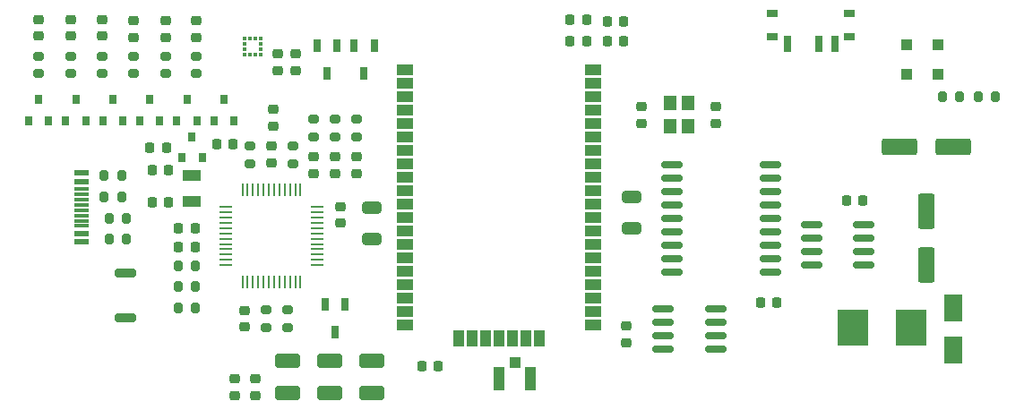
<source format=gbr>
%TF.GenerationSoftware,KiCad,Pcbnew,(6.99.0-1917-g23fb4c7433)*%
%TF.CreationDate,2022-06-08T13:57:36+10:00*%
%TF.ProjectId,samd21_gps_tracker,73616d64-3231-45f6-9770-735f74726163,rev?*%
%TF.SameCoordinates,Original*%
%TF.FileFunction,Paste,Bot*%
%TF.FilePolarity,Positive*%
%FSLAX46Y46*%
G04 Gerber Fmt 4.6, Leading zero omitted, Abs format (unit mm)*
G04 Created by KiCad (PCBNEW (6.99.0-1917-g23fb4c7433)) date 2022-06-08 13:57:36*
%MOMM*%
%LPD*%
G01*
G04 APERTURE LIST*
G04 Aperture macros list*
%AMRoundRect*
0 Rectangle with rounded corners*
0 $1 Rounding radius*
0 $2 $3 $4 $5 $6 $7 $8 $9 X,Y pos of 4 corners*
0 Add a 4 corners polygon primitive as box body*
4,1,4,$2,$3,$4,$5,$6,$7,$8,$9,$2,$3,0*
0 Add four circle primitives for the rounded corners*
1,1,$1+$1,$2,$3*
1,1,$1+$1,$4,$5*
1,1,$1+$1,$6,$7*
1,1,$1+$1,$8,$9*
0 Add four rect primitives between the rounded corners*
20,1,$1+$1,$2,$3,$4,$5,0*
20,1,$1+$1,$4,$5,$6,$7,0*
20,1,$1+$1,$6,$7,$8,$9,0*
20,1,$1+$1,$8,$9,$2,$3,0*%
G04 Aperture macros list end*
%ADD10RoundRect,0.225000X-0.225000X-0.250000X0.225000X-0.250000X0.225000X0.250000X-0.225000X0.250000X0*%
%ADD11RoundRect,0.225000X0.225000X0.250000X-0.225000X0.250000X-0.225000X-0.250000X0.225000X-0.250000X0*%
%ADD12RoundRect,0.250000X1.412500X0.550000X-1.412500X0.550000X-1.412500X-0.550000X1.412500X-0.550000X0*%
%ADD13RoundRect,0.250000X0.550000X-1.412500X0.550000X1.412500X-0.550000X1.412500X-0.550000X-1.412500X0*%
%ADD14RoundRect,0.225000X-0.250000X0.225000X-0.250000X-0.225000X0.250000X-0.225000X0.250000X0.225000X0*%
%ADD15RoundRect,0.225000X0.250000X-0.225000X0.250000X0.225000X-0.250000X0.225000X-0.250000X-0.225000X0*%
%ADD16RoundRect,0.249999X0.650001X-0.325001X0.650001X0.325001X-0.650001X0.325001X-0.650001X-0.325001X0*%
%ADD17RoundRect,0.249998X-0.925002X0.412502X-0.925002X-0.412502X0.925002X-0.412502X0.925002X0.412502X0*%
%ADD18RoundRect,0.218750X0.256250X-0.218750X0.256250X0.218750X-0.256250X0.218750X-0.256250X-0.218750X0*%
%ADD19R,1.800000X2.500000*%
%ADD20R,1.100000X1.100000*%
%ADD21R,1.450000X0.600000*%
%ADD22R,1.450000X0.300000*%
%ADD23R,2.950000X3.500000*%
%ADD24R,0.800000X0.900000*%
%ADD25R,0.650000X1.220000*%
%ADD26RoundRect,0.200000X0.275000X-0.200000X0.275000X0.200000X-0.275000X0.200000X-0.275000X-0.200000X0*%
%ADD27RoundRect,0.200000X0.200000X0.275000X-0.200000X0.275000X-0.200000X-0.275000X0.200000X-0.275000X0*%
%ADD28RoundRect,0.200000X-0.275000X0.200000X-0.275000X-0.200000X0.275000X-0.200000X0.275000X0.200000X0*%
%ADD29RoundRect,0.200000X-0.200000X-0.275000X0.200000X-0.275000X0.200000X0.275000X-0.200000X0.275000X0*%
%ADD30RoundRect,0.200000X0.800000X-0.200000X0.800000X0.200000X-0.800000X0.200000X-0.800000X-0.200000X0*%
%ADD31R,1.000000X0.800000*%
%ADD32R,0.700000X1.500000*%
%ADD33RoundRect,0.150000X0.825000X0.150000X-0.825000X0.150000X-0.825000X-0.150000X0.825000X-0.150000X0*%
%ADD34R,0.250000X1.300000*%
%ADD35R,1.300000X0.250000*%
%ADD36RoundRect,0.150000X-0.875000X-0.150000X0.875000X-0.150000X0.875000X0.150000X-0.875000X0.150000X0*%
%ADD37R,1.524000X1.016000*%
%ADD38R,1.016000X1.524000*%
%ADD39RoundRect,0.150000X-0.825000X-0.150000X0.825000X-0.150000X0.825000X0.150000X-0.825000X0.150000X0*%
%ADD40R,0.375000X0.350000*%
%ADD41R,0.350000X0.375000*%
%ADD42R,1.800000X1.000000*%
%ADD43R,1.200000X1.400000*%
%ADD44R,1.100000X2.250000*%
%ADD45R,1.050000X1.100000*%
G04 APERTURE END LIST*
D10*
%TO.C,C1*%
X152225000Y-56000000D03*
X153775000Y-56000000D03*
%TD*%
D11*
%TO.C,C2*%
X153775000Y-53000000D03*
X152225000Y-53000000D03*
%TD*%
%TO.C,C3*%
X156275000Y-58500000D03*
X154725000Y-58500000D03*
%TD*%
%TO.C,C4*%
X156275000Y-60200000D03*
X154725000Y-60200000D03*
%TD*%
%TO.C,C5*%
X219375000Y-55800000D03*
X217825000Y-55800000D03*
%TD*%
D12*
%TO.C,C6*%
X227917500Y-50770000D03*
X222842500Y-50770000D03*
%TD*%
D13*
%TO.C,C7*%
X225400000Y-61937500D03*
X225400000Y-56862500D03*
%TD*%
D14*
%TO.C,C8*%
X161000000Y-66225000D03*
X161000000Y-67775000D03*
%TD*%
D15*
%TO.C,C9*%
X163700000Y-48775000D03*
X163700000Y-47225000D03*
%TD*%
D11*
%TO.C,C10*%
X211275000Y-65500000D03*
X209725000Y-65500000D03*
%TD*%
D14*
%TO.C,C11*%
X205500000Y-46975000D03*
X205500000Y-48525000D03*
%TD*%
D15*
%TO.C,C12*%
X198500000Y-48525000D03*
X198500000Y-46975000D03*
%TD*%
D16*
%TO.C,C13*%
X173000000Y-59475000D03*
X173000000Y-56525000D03*
%TD*%
D10*
%TO.C,C14*%
X195225000Y-38900000D03*
X196775000Y-38900000D03*
%TD*%
D11*
%TO.C,C15*%
X193275000Y-38750000D03*
X191725000Y-38750000D03*
%TD*%
D14*
%TO.C,C16*%
X197000000Y-67725000D03*
X197000000Y-69275000D03*
%TD*%
D16*
%TO.C,C17*%
X197500000Y-58475000D03*
X197500000Y-55525000D03*
%TD*%
D10*
%TO.C,C18*%
X195225000Y-40750000D03*
X196775000Y-40750000D03*
%TD*%
D11*
%TO.C,C19*%
X193275000Y-40750000D03*
X191725000Y-40750000D03*
%TD*%
D14*
%TO.C,C20*%
X165750000Y-41975000D03*
X165750000Y-43525000D03*
%TD*%
%TO.C,C21*%
X164100000Y-41975000D03*
X164100000Y-43525000D03*
%TD*%
%TO.C,C22*%
X171500000Y-51725000D03*
X171500000Y-53275000D03*
%TD*%
%TO.C,C23*%
X169500000Y-51725000D03*
X169500000Y-53275000D03*
%TD*%
%TO.C,C24*%
X167500000Y-51725000D03*
X167500000Y-53275000D03*
%TD*%
D10*
%TO.C,C25*%
X177725000Y-71500000D03*
X179275000Y-71500000D03*
%TD*%
D14*
%TO.C,C26*%
X160000000Y-72725000D03*
X160000000Y-74275000D03*
%TD*%
%TO.C,C27*%
X162000000Y-72725000D03*
X162000000Y-74275000D03*
%TD*%
D17*
%TO.C,C28*%
X165000000Y-70962500D03*
X165000000Y-74037500D03*
%TD*%
%TO.C,C29*%
X169000000Y-70962500D03*
X169000000Y-74037500D03*
%TD*%
%TO.C,C30*%
X173000000Y-70962500D03*
X173000000Y-74037500D03*
%TD*%
D18*
%TO.C,D1*%
X141500000Y-40287500D03*
X141500000Y-38712500D03*
%TD*%
%TO.C,D2*%
X144500000Y-40287500D03*
X144500000Y-38712500D03*
%TD*%
D19*
%TO.C,D3*%
X227899999Y-65999999D03*
X227899999Y-69999999D03*
%TD*%
D18*
%TO.C,D4*%
X147500000Y-40287500D03*
X147500000Y-38712500D03*
%TD*%
%TO.C,D5*%
X150500000Y-40387500D03*
X150500000Y-38812500D03*
%TD*%
%TO.C,D6*%
X153500000Y-40387500D03*
X153500000Y-38812500D03*
%TD*%
D20*
%TO.C,D7*%
X226499999Y-43899999D03*
X226499999Y-41099999D03*
%TD*%
%TO.C,D8*%
X223499999Y-43899999D03*
X223499999Y-41099999D03*
%TD*%
D18*
%TO.C,FB1*%
X163500000Y-52287500D03*
X163500000Y-50712500D03*
%TD*%
D21*
%TO.C,J5*%
X145544999Y-59749999D03*
X145544999Y-58949999D03*
D22*
X145544999Y-57749999D03*
X145544999Y-56749999D03*
X145544999Y-56249999D03*
X145544999Y-55249999D03*
D21*
X145544999Y-54049999D03*
X145544999Y-53249999D03*
X145544999Y-53249999D03*
X145544999Y-54049999D03*
D22*
X145544999Y-54749999D03*
X145544999Y-55749999D03*
X145544999Y-57249999D03*
X145544999Y-58249999D03*
D21*
X145544999Y-58949999D03*
X145544999Y-59749999D03*
%TD*%
D23*
%TO.C,L1*%
X218474999Y-67899999D03*
X223924999Y-67899999D03*
%TD*%
D24*
%TO.C,Q1*%
X142449999Y-48299999D03*
X140549999Y-48299999D03*
X141499999Y-46299999D03*
%TD*%
%TO.C,Q2*%
X145949999Y-48299999D03*
X144049999Y-48299999D03*
X144999999Y-46299999D03*
%TD*%
%TO.C,Q3*%
X149449999Y-48299999D03*
X147549999Y-48299999D03*
X148499999Y-46299999D03*
%TD*%
%TO.C,Q4*%
X152949999Y-48299999D03*
X151049999Y-48299999D03*
X151999999Y-46299999D03*
%TD*%
%TO.C,Q5*%
X156449999Y-48299999D03*
X154549999Y-48299999D03*
X155499999Y-46299999D03*
%TD*%
D25*
%TO.C,Q6*%
X171299999Y-41189999D03*
X173199999Y-41189999D03*
X172249999Y-43809999D03*
%TD*%
%TO.C,Q7*%
X167799999Y-41189999D03*
X169699999Y-41189999D03*
X168749999Y-43809999D03*
%TD*%
%TO.C,Q8*%
X168549999Y-65689999D03*
X170449999Y-65689999D03*
X169499999Y-68309999D03*
%TD*%
D26*
%TO.C,R1*%
X165000000Y-67825000D03*
X165000000Y-66175000D03*
%TD*%
%TO.C,R2*%
X163000000Y-67825000D03*
X163000000Y-66175000D03*
%TD*%
D27*
%TO.C,R3*%
X156325000Y-66000000D03*
X154675000Y-66000000D03*
%TD*%
D28*
%TO.C,R4*%
X141500000Y-42175000D03*
X141500000Y-43825000D03*
%TD*%
%TO.C,R5*%
X144500000Y-42175000D03*
X144500000Y-43825000D03*
%TD*%
D29*
%TO.C,R6*%
X154675000Y-64000000D03*
X156325000Y-64000000D03*
%TD*%
%TO.C,R7*%
X154675000Y-62000000D03*
X156325000Y-62000000D03*
%TD*%
D28*
%TO.C,R8*%
X147500000Y-42175000D03*
X147500000Y-43825000D03*
%TD*%
%TO.C,R9*%
X150500000Y-42175000D03*
X150500000Y-43825000D03*
%TD*%
%TO.C,R10*%
X153500000Y-42175000D03*
X153500000Y-43825000D03*
%TD*%
%TO.C,R11*%
X161500000Y-50675000D03*
X161500000Y-52325000D03*
%TD*%
%TO.C,R12*%
X165500000Y-50675000D03*
X165500000Y-52325000D03*
%TD*%
D26*
%TO.C,R13*%
X171500000Y-49825000D03*
X171500000Y-48175000D03*
%TD*%
%TO.C,R14*%
X169500000Y-49825000D03*
X169500000Y-48175000D03*
%TD*%
%TO.C,R15*%
X167500000Y-49825000D03*
X167500000Y-48175000D03*
%TD*%
D29*
%TO.C,R17*%
X147675000Y-53500000D03*
X149325000Y-53500000D03*
%TD*%
%TO.C,R18*%
X147675000Y-55500000D03*
X149325000Y-55500000D03*
%TD*%
%TO.C,R19*%
X148175000Y-57500000D03*
X149825000Y-57500000D03*
%TD*%
D30*
%TO.C,SW1*%
X149700000Y-66900000D03*
X149700000Y-62700000D03*
%TD*%
D31*
%TO.C,SW2*%
X210849999Y-38169999D03*
X210849999Y-40379999D03*
X218149999Y-38169999D03*
X218149999Y-40379999D03*
D32*
X212249999Y-41029999D03*
X215249999Y-41029999D03*
X216749999Y-41029999D03*
%TD*%
D33*
%TO.C,U1*%
X219475000Y-58095000D03*
X219475000Y-59365000D03*
X219475000Y-60635000D03*
X219475000Y-61905000D03*
X214525000Y-61905000D03*
X214525000Y-60635000D03*
X214525000Y-59365000D03*
X214525000Y-58095000D03*
%TD*%
D34*
%TO.C,U2*%
X160749999Y-54849999D03*
X161249999Y-54849999D03*
X161749999Y-54849999D03*
X162249999Y-54849999D03*
X162749999Y-54849999D03*
X163249999Y-54849999D03*
X163749999Y-54849999D03*
X164249999Y-54849999D03*
X164749999Y-54849999D03*
X165249999Y-54849999D03*
X165749999Y-54849999D03*
X166249999Y-54849999D03*
D35*
X167849999Y-56449999D03*
X167849999Y-56949999D03*
X167849999Y-57449999D03*
X167849999Y-57949999D03*
X167849999Y-58449999D03*
X167849999Y-58949999D03*
X167849999Y-59449999D03*
X167849999Y-59949999D03*
X167849999Y-60449999D03*
X167849999Y-60949999D03*
X167849999Y-61449999D03*
X167849999Y-61949999D03*
D34*
X166249999Y-63549999D03*
X165749999Y-63549999D03*
X165249999Y-63549999D03*
X164749999Y-63549999D03*
X164249999Y-63549999D03*
X163749999Y-63549999D03*
X163249999Y-63549999D03*
X162749999Y-63549999D03*
X162249999Y-63549999D03*
X161749999Y-63549999D03*
X161249999Y-63549999D03*
X160749999Y-63549999D03*
D35*
X159149999Y-61949999D03*
X159149999Y-61449999D03*
X159149999Y-60949999D03*
X159149999Y-60449999D03*
X159149999Y-59949999D03*
X159149999Y-59449999D03*
X159149999Y-58949999D03*
X159149999Y-58449999D03*
X159149999Y-57949999D03*
X159149999Y-57449999D03*
X159149999Y-56949999D03*
X159149999Y-56449999D03*
%TD*%
D36*
%TO.C,U3*%
X201350000Y-62580000D03*
X201350000Y-61310000D03*
X201350000Y-60040000D03*
X201350000Y-58770000D03*
X201350000Y-57500000D03*
X201350000Y-56230000D03*
X201350000Y-54960000D03*
X201350000Y-53690000D03*
X201350000Y-52420000D03*
X210650000Y-52420000D03*
X210650000Y-53690000D03*
X210650000Y-54960000D03*
X210650000Y-56230000D03*
X210650000Y-57500000D03*
X210650000Y-58770000D03*
X210650000Y-60040000D03*
X210650000Y-61310000D03*
X210650000Y-62580000D03*
%TD*%
D37*
%TO.C,U5*%
X193889999Y-43434999D03*
X193889999Y-44704999D03*
X193889999Y-45974999D03*
X193889999Y-47244999D03*
X193889999Y-48514999D03*
X193889999Y-49784999D03*
X193889999Y-51054999D03*
X193889999Y-52324999D03*
X193889999Y-53594999D03*
X193889999Y-54864999D03*
X193889999Y-56134999D03*
X193889999Y-57404999D03*
X193889999Y-58674999D03*
X193889999Y-59944999D03*
X193889999Y-61214999D03*
X193889999Y-62484999D03*
X193889999Y-63754999D03*
X193889999Y-65024999D03*
X193889999Y-66294999D03*
X193889999Y-67564999D03*
D38*
X188809999Y-68834999D03*
X187539999Y-68834999D03*
X186269999Y-68834999D03*
X184999999Y-68834999D03*
X183729999Y-68834999D03*
X182459999Y-68834999D03*
X181189999Y-68834999D03*
D37*
X176109999Y-67564999D03*
X176109999Y-66294999D03*
X176109999Y-65024999D03*
X176109999Y-63754999D03*
X176109999Y-62484999D03*
X176109999Y-61214999D03*
X176109999Y-59944999D03*
X176109999Y-58674999D03*
X176109999Y-57404999D03*
X176109999Y-56134999D03*
X176109999Y-54864999D03*
X176109999Y-53594999D03*
X176109999Y-52324999D03*
X176109999Y-51054999D03*
X176109999Y-49784999D03*
X176109999Y-48514999D03*
X176109999Y-47244999D03*
X176109999Y-45974999D03*
X176109999Y-44704999D03*
X176109999Y-43434999D03*
%TD*%
D39*
%TO.C,U6*%
X200525000Y-69905000D03*
X200525000Y-68635000D03*
X200525000Y-67365000D03*
X200525000Y-66095000D03*
X205475000Y-66095000D03*
X205475000Y-67365000D03*
X205475000Y-68635000D03*
X205475000Y-69905000D03*
%TD*%
D40*
%TO.C,U7*%
X160987499Y-41999999D03*
X160987499Y-41499999D03*
X160987499Y-40999999D03*
X160987499Y-40499999D03*
D41*
X161499999Y-40487499D03*
X161999999Y-40487499D03*
D40*
X162512499Y-40499999D03*
X162512499Y-40999999D03*
X162512499Y-41499999D03*
X162512499Y-41999999D03*
D41*
X161999999Y-42012499D03*
X161499999Y-42012499D03*
%TD*%
D42*
%TO.C,Y1*%
X155999999Y-53449999D03*
X155999999Y-55949999D03*
%TD*%
D43*
%TO.C,Y2*%
X201149999Y-48849999D03*
X201149999Y-46649999D03*
X202849999Y-46649999D03*
X202849999Y-48849999D03*
%TD*%
D29*
%TO.C,R16*%
X148175000Y-59500000D03*
X149825000Y-59500000D03*
%TD*%
D15*
%TO.C,C31*%
X170000000Y-57975000D03*
X170000000Y-56425000D03*
%TD*%
D44*
%TO.C,J3*%
X185024999Y-72699999D03*
X187974999Y-72699999D03*
D45*
X186499999Y-71149999D03*
%TD*%
D29*
%TO.C,R21*%
X226875000Y-46000000D03*
X228525000Y-46000000D03*
%TD*%
%TO.C,R22*%
X230275000Y-46000000D03*
X231925000Y-46000000D03*
%TD*%
D10*
%TO.C,C32*%
X158325000Y-50500000D03*
X159875000Y-50500000D03*
%TD*%
%TO.C,C33*%
X152025000Y-50800000D03*
X153575000Y-50800000D03*
%TD*%
D24*
%TO.C,U9*%
X156949999Y-51799999D03*
X155049999Y-51799999D03*
X155999999Y-49799999D03*
%TD*%
D18*
%TO.C,D9*%
X156400000Y-40387500D03*
X156400000Y-38812500D03*
%TD*%
D24*
%TO.C,Q9*%
X159949999Y-48299999D03*
X158049999Y-48299999D03*
X158999999Y-46299999D03*
%TD*%
D28*
%TO.C,R20*%
X156400000Y-42175000D03*
X156400000Y-43825000D03*
%TD*%
M02*

</source>
